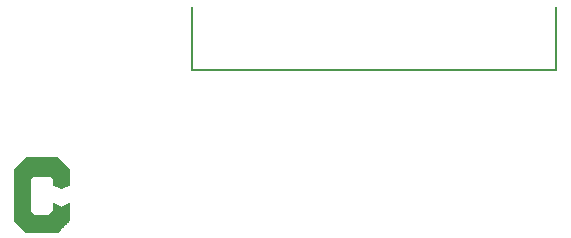
<source format=gto>
G75*
G70*
%OFA0B0*%
%FSLAX24Y24*%
%IPPOS*%
%LPD*%
%AMOC8*
5,1,8,0,0,1.08239X$1,22.5*
%
%ADD10C,0.0080*%
%ADD11C,0.0004*%
D10*
X044440Y007526D02*
X056566Y007526D01*
X056566Y009628D01*
X044440Y009628D02*
X044440Y007526D01*
D11*
X038897Y002108D02*
X038483Y002522D01*
X038483Y004195D01*
X038897Y004608D01*
X039920Y004608D01*
X040334Y004195D01*
X040334Y003703D01*
X040058Y003585D01*
X039782Y003703D01*
X039782Y003900D01*
X039684Y003998D01*
X039133Y003998D01*
X039034Y003900D01*
X039034Y002797D01*
X039133Y002699D01*
X039664Y002699D01*
X039782Y002817D01*
X039782Y003073D01*
X040058Y002955D01*
X040334Y003073D01*
X040334Y002522D01*
X039920Y002108D01*
X038897Y002108D01*
X038896Y002109D02*
X039920Y002109D01*
X039923Y002111D02*
X038894Y002111D01*
X038891Y002114D02*
X039925Y002114D01*
X039928Y002116D02*
X038889Y002116D01*
X038886Y002119D02*
X039930Y002119D01*
X039933Y002121D02*
X038884Y002121D01*
X038881Y002124D02*
X039935Y002124D01*
X039938Y002126D02*
X038879Y002126D01*
X038876Y002129D02*
X039940Y002129D01*
X039943Y002131D02*
X038874Y002131D01*
X038871Y002133D02*
X039945Y002133D01*
X039948Y002136D02*
X038869Y002136D01*
X038866Y002138D02*
X039950Y002138D01*
X039953Y002141D02*
X038864Y002141D01*
X038861Y002143D02*
X039955Y002143D01*
X039958Y002146D02*
X038859Y002146D01*
X038857Y002148D02*
X039960Y002148D01*
X039963Y002151D02*
X038854Y002151D01*
X038852Y002153D02*
X039965Y002153D01*
X039968Y002156D02*
X038849Y002156D01*
X038847Y002158D02*
X039970Y002158D01*
X039973Y002161D02*
X038844Y002161D01*
X038842Y002163D02*
X039975Y002163D01*
X039978Y002166D02*
X038839Y002166D01*
X038837Y002168D02*
X039980Y002168D01*
X039982Y002171D02*
X038834Y002171D01*
X038832Y002173D02*
X039985Y002173D01*
X039987Y002176D02*
X038829Y002176D01*
X038827Y002178D02*
X039990Y002178D01*
X039992Y002181D02*
X038824Y002181D01*
X038822Y002183D02*
X039995Y002183D01*
X039997Y002186D02*
X038819Y002186D01*
X038817Y002188D02*
X040000Y002188D01*
X040002Y002191D02*
X038814Y002191D01*
X038812Y002193D02*
X040005Y002193D01*
X040007Y002195D02*
X038809Y002195D01*
X038807Y002198D02*
X040010Y002198D01*
X040012Y002200D02*
X038804Y002200D01*
X038802Y002203D02*
X040015Y002203D01*
X040017Y002205D02*
X038799Y002205D01*
X038797Y002208D02*
X040020Y002208D01*
X040022Y002210D02*
X038795Y002210D01*
X038792Y002213D02*
X040025Y002213D01*
X040027Y002215D02*
X038790Y002215D01*
X038787Y002218D02*
X040030Y002218D01*
X040032Y002220D02*
X038785Y002220D01*
X038782Y002223D02*
X040035Y002223D01*
X040037Y002225D02*
X038780Y002225D01*
X038777Y002228D02*
X040040Y002228D01*
X040042Y002230D02*
X038775Y002230D01*
X038772Y002233D02*
X040044Y002233D01*
X040047Y002235D02*
X038770Y002235D01*
X038767Y002238D02*
X040049Y002238D01*
X040052Y002240D02*
X038765Y002240D01*
X038762Y002243D02*
X040054Y002243D01*
X040057Y002245D02*
X038760Y002245D01*
X038757Y002248D02*
X040059Y002248D01*
X040062Y002250D02*
X038755Y002250D01*
X038752Y002253D02*
X040064Y002253D01*
X040067Y002255D02*
X038750Y002255D01*
X038747Y002257D02*
X040069Y002257D01*
X040072Y002260D02*
X038745Y002260D01*
X038742Y002262D02*
X040074Y002262D01*
X040077Y002265D02*
X038740Y002265D01*
X038737Y002267D02*
X040079Y002267D01*
X040082Y002270D02*
X038735Y002270D01*
X038733Y002272D02*
X040084Y002272D01*
X040087Y002275D02*
X038730Y002275D01*
X038728Y002277D02*
X040089Y002277D01*
X040092Y002280D02*
X038725Y002280D01*
X038723Y002282D02*
X040094Y002282D01*
X040097Y002285D02*
X038720Y002285D01*
X038718Y002287D02*
X040099Y002287D01*
X040102Y002290D02*
X038715Y002290D01*
X038713Y002292D02*
X040104Y002292D01*
X040106Y002295D02*
X038710Y002295D01*
X038708Y002297D02*
X040109Y002297D01*
X040111Y002300D02*
X038705Y002300D01*
X038703Y002302D02*
X040114Y002302D01*
X040116Y002305D02*
X038700Y002305D01*
X038698Y002307D02*
X040119Y002307D01*
X040121Y002310D02*
X038695Y002310D01*
X038693Y002312D02*
X040124Y002312D01*
X040126Y002315D02*
X038690Y002315D01*
X038688Y002317D02*
X040129Y002317D01*
X040131Y002319D02*
X038685Y002319D01*
X038683Y002322D02*
X040134Y002322D01*
X040136Y002324D02*
X038680Y002324D01*
X038678Y002327D02*
X040139Y002327D01*
X040141Y002329D02*
X038675Y002329D01*
X038673Y002332D02*
X040144Y002332D01*
X040146Y002334D02*
X038671Y002334D01*
X038668Y002337D02*
X040149Y002337D01*
X040151Y002339D02*
X038666Y002339D01*
X038663Y002342D02*
X040154Y002342D01*
X040156Y002344D02*
X038661Y002344D01*
X038658Y002347D02*
X040159Y002347D01*
X040161Y002349D02*
X038656Y002349D01*
X038653Y002352D02*
X040164Y002352D01*
X040166Y002354D02*
X038651Y002354D01*
X038648Y002357D02*
X040169Y002357D01*
X040171Y002359D02*
X038646Y002359D01*
X038643Y002362D02*
X040173Y002362D01*
X040176Y002364D02*
X038641Y002364D01*
X038638Y002367D02*
X040178Y002367D01*
X040181Y002369D02*
X038636Y002369D01*
X038633Y002372D02*
X040183Y002372D01*
X040186Y002374D02*
X038631Y002374D01*
X038628Y002377D02*
X040188Y002377D01*
X040191Y002379D02*
X038626Y002379D01*
X038623Y002381D02*
X040193Y002381D01*
X040196Y002384D02*
X038621Y002384D01*
X038618Y002386D02*
X040198Y002386D01*
X040201Y002389D02*
X038616Y002389D01*
X038613Y002391D02*
X040203Y002391D01*
X040206Y002394D02*
X038611Y002394D01*
X038609Y002396D02*
X040208Y002396D01*
X040211Y002399D02*
X038606Y002399D01*
X038604Y002401D02*
X040213Y002401D01*
X040216Y002404D02*
X038601Y002404D01*
X038599Y002406D02*
X040218Y002406D01*
X040221Y002409D02*
X038596Y002409D01*
X038594Y002411D02*
X040223Y002411D01*
X040226Y002414D02*
X038591Y002414D01*
X038589Y002416D02*
X040228Y002416D01*
X040231Y002419D02*
X038586Y002419D01*
X038584Y002421D02*
X040233Y002421D01*
X040235Y002424D02*
X038581Y002424D01*
X038579Y002426D02*
X040238Y002426D01*
X040240Y002429D02*
X038576Y002429D01*
X038574Y002431D02*
X040243Y002431D01*
X040245Y002434D02*
X038571Y002434D01*
X038569Y002436D02*
X040248Y002436D01*
X040250Y002439D02*
X038566Y002439D01*
X038564Y002441D02*
X040253Y002441D01*
X040255Y002444D02*
X038561Y002444D01*
X038559Y002446D02*
X040258Y002446D01*
X040260Y002448D02*
X038556Y002448D01*
X038554Y002451D02*
X040263Y002451D01*
X040265Y002453D02*
X038551Y002453D01*
X038549Y002456D02*
X040268Y002456D01*
X040270Y002458D02*
X038546Y002458D01*
X038544Y002461D02*
X040273Y002461D01*
X040275Y002463D02*
X038542Y002463D01*
X038539Y002466D02*
X040278Y002466D01*
X040280Y002468D02*
X038537Y002468D01*
X038534Y002471D02*
X040283Y002471D01*
X040285Y002473D02*
X038532Y002473D01*
X038529Y002476D02*
X040288Y002476D01*
X040290Y002478D02*
X038527Y002478D01*
X038524Y002481D02*
X040293Y002481D01*
X040295Y002483D02*
X038522Y002483D01*
X038519Y002486D02*
X040297Y002486D01*
X040300Y002488D02*
X038517Y002488D01*
X038514Y002491D02*
X040302Y002491D01*
X040305Y002493D02*
X038512Y002493D01*
X038509Y002496D02*
X040307Y002496D01*
X040310Y002498D02*
X038507Y002498D01*
X038504Y002501D02*
X040312Y002501D01*
X040315Y002503D02*
X038502Y002503D01*
X038499Y002506D02*
X040317Y002506D01*
X040320Y002508D02*
X038497Y002508D01*
X038494Y002510D02*
X040322Y002510D01*
X040325Y002513D02*
X038492Y002513D01*
X038489Y002515D02*
X040327Y002515D01*
X040330Y002518D02*
X038487Y002518D01*
X038484Y002520D02*
X040332Y002520D01*
X040334Y002523D02*
X038483Y002523D01*
X038483Y002525D02*
X040334Y002525D01*
X040334Y002528D02*
X038483Y002528D01*
X038483Y002530D02*
X040334Y002530D01*
X040334Y002533D02*
X038483Y002533D01*
X038483Y002535D02*
X040334Y002535D01*
X040334Y002538D02*
X038483Y002538D01*
X038483Y002540D02*
X040334Y002540D01*
X040334Y002543D02*
X038483Y002543D01*
X038483Y002545D02*
X040334Y002545D01*
X040334Y002548D02*
X038483Y002548D01*
X038483Y002550D02*
X040334Y002550D01*
X040334Y002553D02*
X038483Y002553D01*
X038483Y002555D02*
X040334Y002555D01*
X040334Y002558D02*
X038483Y002558D01*
X038483Y002560D02*
X040334Y002560D01*
X040334Y002563D02*
X038483Y002563D01*
X038483Y002565D02*
X040334Y002565D01*
X040334Y002568D02*
X038483Y002568D01*
X038483Y002570D02*
X040334Y002570D01*
X040334Y002572D02*
X038483Y002572D01*
X038483Y002575D02*
X040334Y002575D01*
X040334Y002577D02*
X038483Y002577D01*
X038483Y002580D02*
X040334Y002580D01*
X040334Y002582D02*
X038483Y002582D01*
X038483Y002585D02*
X040334Y002585D01*
X040334Y002587D02*
X038483Y002587D01*
X038483Y002590D02*
X040334Y002590D01*
X040334Y002592D02*
X038483Y002592D01*
X038483Y002595D02*
X040334Y002595D01*
X040334Y002597D02*
X038483Y002597D01*
X038483Y002600D02*
X040334Y002600D01*
X040334Y002602D02*
X038483Y002602D01*
X038483Y002605D02*
X040334Y002605D01*
X040334Y002607D02*
X038483Y002607D01*
X038483Y002610D02*
X040334Y002610D01*
X040334Y002612D02*
X038483Y002612D01*
X038483Y002615D02*
X040334Y002615D01*
X040334Y002617D02*
X038483Y002617D01*
X038483Y002620D02*
X040334Y002620D01*
X040334Y002622D02*
X038483Y002622D01*
X038483Y002625D02*
X040334Y002625D01*
X040334Y002627D02*
X038483Y002627D01*
X038483Y002630D02*
X040334Y002630D01*
X040334Y002632D02*
X038483Y002632D01*
X038483Y002634D02*
X040334Y002634D01*
X040334Y002637D02*
X038483Y002637D01*
X038483Y002639D02*
X040334Y002639D01*
X040334Y002642D02*
X038483Y002642D01*
X038483Y002644D02*
X040334Y002644D01*
X040334Y002647D02*
X038483Y002647D01*
X038483Y002649D02*
X040334Y002649D01*
X040334Y002652D02*
X038483Y002652D01*
X038483Y002654D02*
X040334Y002654D01*
X040334Y002657D02*
X038483Y002657D01*
X038483Y002659D02*
X040334Y002659D01*
X040334Y002662D02*
X038483Y002662D01*
X038483Y002664D02*
X040334Y002664D01*
X040334Y002667D02*
X038483Y002667D01*
X038483Y002669D02*
X040334Y002669D01*
X040334Y002672D02*
X038483Y002672D01*
X038483Y002674D02*
X040334Y002674D01*
X040334Y002677D02*
X038483Y002677D01*
X038483Y002679D02*
X040334Y002679D01*
X040334Y002682D02*
X038483Y002682D01*
X038483Y002684D02*
X040334Y002684D01*
X040334Y002687D02*
X038483Y002687D01*
X038483Y002689D02*
X040334Y002689D01*
X040334Y002692D02*
X038483Y002692D01*
X038483Y002694D02*
X040334Y002694D01*
X040334Y002696D02*
X038483Y002696D01*
X038483Y002699D02*
X039133Y002699D01*
X039130Y002701D02*
X038483Y002701D01*
X038483Y002704D02*
X039128Y002704D01*
X039125Y002706D02*
X038483Y002706D01*
X038483Y002709D02*
X039123Y002709D01*
X039120Y002711D02*
X038483Y002711D01*
X038483Y002714D02*
X039118Y002714D01*
X039115Y002716D02*
X038483Y002716D01*
X038483Y002719D02*
X039113Y002719D01*
X039110Y002721D02*
X038483Y002721D01*
X038483Y002724D02*
X039108Y002724D01*
X039105Y002726D02*
X038483Y002726D01*
X038483Y002729D02*
X039103Y002729D01*
X039100Y002731D02*
X038483Y002731D01*
X038483Y002734D02*
X039098Y002734D01*
X039095Y002736D02*
X038483Y002736D01*
X038483Y002739D02*
X039093Y002739D01*
X039091Y002741D02*
X038483Y002741D01*
X038483Y002744D02*
X039088Y002744D01*
X039086Y002746D02*
X038483Y002746D01*
X038483Y002749D02*
X039083Y002749D01*
X039081Y002751D02*
X038483Y002751D01*
X038483Y002754D02*
X039078Y002754D01*
X039076Y002756D02*
X038483Y002756D01*
X038483Y002759D02*
X039073Y002759D01*
X039071Y002761D02*
X038483Y002761D01*
X038483Y002763D02*
X039068Y002763D01*
X039066Y002766D02*
X038483Y002766D01*
X038483Y002768D02*
X039063Y002768D01*
X039061Y002771D02*
X038483Y002771D01*
X038483Y002773D02*
X039058Y002773D01*
X039056Y002776D02*
X038483Y002776D01*
X038483Y002778D02*
X039053Y002778D01*
X039051Y002781D02*
X038483Y002781D01*
X038483Y002783D02*
X039048Y002783D01*
X039046Y002786D02*
X038483Y002786D01*
X038483Y002788D02*
X039043Y002788D01*
X039041Y002791D02*
X038483Y002791D01*
X038483Y002793D02*
X039038Y002793D01*
X039036Y002796D02*
X038483Y002796D01*
X038483Y002798D02*
X039034Y002798D01*
X039034Y002801D02*
X038483Y002801D01*
X038483Y002803D02*
X039034Y002803D01*
X039034Y002806D02*
X038483Y002806D01*
X038483Y002808D02*
X039034Y002808D01*
X039034Y002811D02*
X038483Y002811D01*
X038483Y002813D02*
X039034Y002813D01*
X039034Y002816D02*
X038483Y002816D01*
X038483Y002818D02*
X039034Y002818D01*
X039034Y002821D02*
X038483Y002821D01*
X038483Y002823D02*
X039034Y002823D01*
X039034Y002825D02*
X038483Y002825D01*
X038483Y002828D02*
X039034Y002828D01*
X039034Y002830D02*
X038483Y002830D01*
X038483Y002833D02*
X039034Y002833D01*
X039034Y002835D02*
X038483Y002835D01*
X038483Y002838D02*
X039034Y002838D01*
X039034Y002840D02*
X038483Y002840D01*
X038483Y002843D02*
X039034Y002843D01*
X039034Y002845D02*
X038483Y002845D01*
X038483Y002848D02*
X039034Y002848D01*
X039034Y002850D02*
X038483Y002850D01*
X038483Y002853D02*
X039034Y002853D01*
X039034Y002855D02*
X038483Y002855D01*
X038483Y002858D02*
X039034Y002858D01*
X039034Y002860D02*
X038483Y002860D01*
X038483Y002863D02*
X039034Y002863D01*
X039034Y002865D02*
X038483Y002865D01*
X038483Y002868D02*
X039034Y002868D01*
X039034Y002870D02*
X038483Y002870D01*
X038483Y002873D02*
X039034Y002873D01*
X039034Y002875D02*
X038483Y002875D01*
X038483Y002878D02*
X039034Y002878D01*
X039034Y002880D02*
X038483Y002880D01*
X038483Y002883D02*
X039034Y002883D01*
X039034Y002885D02*
X038483Y002885D01*
X038483Y002887D02*
X039034Y002887D01*
X039034Y002890D02*
X038483Y002890D01*
X038483Y002892D02*
X039034Y002892D01*
X039034Y002895D02*
X038483Y002895D01*
X038483Y002897D02*
X039034Y002897D01*
X039034Y002900D02*
X038483Y002900D01*
X038483Y002902D02*
X039034Y002902D01*
X039034Y002905D02*
X038483Y002905D01*
X038483Y002907D02*
X039034Y002907D01*
X039034Y002910D02*
X038483Y002910D01*
X038483Y002912D02*
X039034Y002912D01*
X039034Y002915D02*
X038483Y002915D01*
X038483Y002917D02*
X039034Y002917D01*
X039034Y002920D02*
X038483Y002920D01*
X038483Y002922D02*
X039034Y002922D01*
X039034Y002925D02*
X038483Y002925D01*
X038483Y002927D02*
X039034Y002927D01*
X039034Y002930D02*
X038483Y002930D01*
X038483Y002932D02*
X039034Y002932D01*
X039034Y002935D02*
X038483Y002935D01*
X038483Y002937D02*
X039034Y002937D01*
X039034Y002940D02*
X038483Y002940D01*
X038483Y002942D02*
X039034Y002942D01*
X039034Y002945D02*
X038483Y002945D01*
X038483Y002947D02*
X039034Y002947D01*
X039034Y002949D02*
X038483Y002949D01*
X038483Y002952D02*
X039034Y002952D01*
X039034Y002954D02*
X038483Y002954D01*
X038483Y002957D02*
X039034Y002957D01*
X039034Y002959D02*
X038483Y002959D01*
X038483Y002962D02*
X039034Y002962D01*
X039034Y002964D02*
X038483Y002964D01*
X038483Y002967D02*
X039034Y002967D01*
X039034Y002969D02*
X038483Y002969D01*
X038483Y002972D02*
X039034Y002972D01*
X039034Y002974D02*
X038483Y002974D01*
X038483Y002977D02*
X039034Y002977D01*
X039034Y002979D02*
X038483Y002979D01*
X038483Y002982D02*
X039034Y002982D01*
X039034Y002984D02*
X038483Y002984D01*
X038483Y002987D02*
X039034Y002987D01*
X039034Y002989D02*
X038483Y002989D01*
X038483Y002992D02*
X039034Y002992D01*
X039034Y002994D02*
X038483Y002994D01*
X038483Y002997D02*
X039034Y002997D01*
X039034Y002999D02*
X038483Y002999D01*
X038483Y003002D02*
X039034Y003002D01*
X039034Y003004D02*
X038483Y003004D01*
X038483Y003007D02*
X039034Y003007D01*
X039034Y003009D02*
X038483Y003009D01*
X038483Y003011D02*
X039034Y003011D01*
X039034Y003014D02*
X038483Y003014D01*
X038483Y003016D02*
X039034Y003016D01*
X039034Y003019D02*
X038483Y003019D01*
X038483Y003021D02*
X039034Y003021D01*
X039034Y003024D02*
X038483Y003024D01*
X038483Y003026D02*
X039034Y003026D01*
X039034Y003029D02*
X038483Y003029D01*
X038483Y003031D02*
X039034Y003031D01*
X039034Y003034D02*
X038483Y003034D01*
X038483Y003036D02*
X039034Y003036D01*
X039034Y003039D02*
X038483Y003039D01*
X038483Y003041D02*
X039034Y003041D01*
X039034Y003044D02*
X038483Y003044D01*
X038483Y003046D02*
X039034Y003046D01*
X039034Y003049D02*
X038483Y003049D01*
X038483Y003051D02*
X039034Y003051D01*
X039034Y003054D02*
X038483Y003054D01*
X038483Y003056D02*
X039034Y003056D01*
X039034Y003059D02*
X038483Y003059D01*
X038483Y003061D02*
X039034Y003061D01*
X039034Y003064D02*
X038483Y003064D01*
X038483Y003066D02*
X039034Y003066D01*
X039034Y003069D02*
X038483Y003069D01*
X038483Y003071D02*
X039034Y003071D01*
X039034Y003074D02*
X038483Y003074D01*
X038483Y003076D02*
X039034Y003076D01*
X039034Y003078D02*
X038483Y003078D01*
X038483Y003081D02*
X039034Y003081D01*
X039034Y003083D02*
X038483Y003083D01*
X038483Y003086D02*
X039034Y003086D01*
X039034Y003088D02*
X038483Y003088D01*
X038483Y003091D02*
X039034Y003091D01*
X039034Y003093D02*
X038483Y003093D01*
X038483Y003096D02*
X039034Y003096D01*
X039034Y003098D02*
X038483Y003098D01*
X038483Y003101D02*
X039034Y003101D01*
X039034Y003103D02*
X038483Y003103D01*
X038483Y003106D02*
X039034Y003106D01*
X039034Y003108D02*
X038483Y003108D01*
X038483Y003111D02*
X039034Y003111D01*
X039034Y003113D02*
X038483Y003113D01*
X038483Y003116D02*
X039034Y003116D01*
X039034Y003118D02*
X038483Y003118D01*
X038483Y003121D02*
X039034Y003121D01*
X039034Y003123D02*
X038483Y003123D01*
X038483Y003126D02*
X039034Y003126D01*
X039034Y003128D02*
X038483Y003128D01*
X038483Y003131D02*
X039034Y003131D01*
X039034Y003133D02*
X038483Y003133D01*
X038483Y003136D02*
X039034Y003136D01*
X039034Y003138D02*
X038483Y003138D01*
X038483Y003140D02*
X039034Y003140D01*
X039034Y003143D02*
X038483Y003143D01*
X038483Y003145D02*
X039034Y003145D01*
X039034Y003148D02*
X038483Y003148D01*
X038483Y003150D02*
X039034Y003150D01*
X039034Y003153D02*
X038483Y003153D01*
X038483Y003155D02*
X039034Y003155D01*
X039034Y003158D02*
X038483Y003158D01*
X038483Y003160D02*
X039034Y003160D01*
X039034Y003163D02*
X038483Y003163D01*
X038483Y003165D02*
X039034Y003165D01*
X039034Y003168D02*
X038483Y003168D01*
X038483Y003170D02*
X039034Y003170D01*
X039034Y003173D02*
X038483Y003173D01*
X038483Y003175D02*
X039034Y003175D01*
X039034Y003178D02*
X038483Y003178D01*
X038483Y003180D02*
X039034Y003180D01*
X039034Y003183D02*
X038483Y003183D01*
X038483Y003185D02*
X039034Y003185D01*
X039034Y003188D02*
X038483Y003188D01*
X038483Y003190D02*
X039034Y003190D01*
X039034Y003193D02*
X038483Y003193D01*
X038483Y003195D02*
X039034Y003195D01*
X039034Y003198D02*
X038483Y003198D01*
X038483Y003200D02*
X039034Y003200D01*
X039034Y003202D02*
X038483Y003202D01*
X038483Y003205D02*
X039034Y003205D01*
X039034Y003207D02*
X038483Y003207D01*
X038483Y003210D02*
X039034Y003210D01*
X039034Y003212D02*
X038483Y003212D01*
X038483Y003215D02*
X039034Y003215D01*
X039034Y003217D02*
X038483Y003217D01*
X038483Y003220D02*
X039034Y003220D01*
X039034Y003222D02*
X038483Y003222D01*
X038483Y003225D02*
X039034Y003225D01*
X039034Y003227D02*
X038483Y003227D01*
X038483Y003230D02*
X039034Y003230D01*
X039034Y003232D02*
X038483Y003232D01*
X038483Y003235D02*
X039034Y003235D01*
X039034Y003237D02*
X038483Y003237D01*
X038483Y003240D02*
X039034Y003240D01*
X039034Y003242D02*
X038483Y003242D01*
X038483Y003245D02*
X039034Y003245D01*
X039034Y003247D02*
X038483Y003247D01*
X038483Y003250D02*
X039034Y003250D01*
X039034Y003252D02*
X038483Y003252D01*
X038483Y003255D02*
X039034Y003255D01*
X039034Y003257D02*
X038483Y003257D01*
X038483Y003260D02*
X039034Y003260D01*
X039034Y003262D02*
X038483Y003262D01*
X038483Y003264D02*
X039034Y003264D01*
X039034Y003267D02*
X038483Y003267D01*
X038483Y003269D02*
X039034Y003269D01*
X039034Y003272D02*
X038483Y003272D01*
X038483Y003274D02*
X039034Y003274D01*
X039034Y003277D02*
X038483Y003277D01*
X038483Y003279D02*
X039034Y003279D01*
X039034Y003282D02*
X038483Y003282D01*
X038483Y003284D02*
X039034Y003284D01*
X039034Y003287D02*
X038483Y003287D01*
X038483Y003289D02*
X039034Y003289D01*
X039034Y003292D02*
X038483Y003292D01*
X038483Y003294D02*
X039034Y003294D01*
X039034Y003297D02*
X038483Y003297D01*
X038483Y003299D02*
X039034Y003299D01*
X039034Y003302D02*
X038483Y003302D01*
X038483Y003304D02*
X039034Y003304D01*
X039034Y003307D02*
X038483Y003307D01*
X038483Y003309D02*
X039034Y003309D01*
X039034Y003312D02*
X038483Y003312D01*
X038483Y003314D02*
X039034Y003314D01*
X039034Y003317D02*
X038483Y003317D01*
X038483Y003319D02*
X039034Y003319D01*
X039034Y003322D02*
X038483Y003322D01*
X038483Y003324D02*
X039034Y003324D01*
X039034Y003326D02*
X038483Y003326D01*
X038483Y003329D02*
X039034Y003329D01*
X039034Y003331D02*
X038483Y003331D01*
X038483Y003334D02*
X039034Y003334D01*
X039034Y003336D02*
X038483Y003336D01*
X038483Y003339D02*
X039034Y003339D01*
X039034Y003341D02*
X038483Y003341D01*
X038483Y003344D02*
X039034Y003344D01*
X039034Y003346D02*
X038483Y003346D01*
X038483Y003349D02*
X039034Y003349D01*
X039034Y003351D02*
X038483Y003351D01*
X038483Y003354D02*
X039034Y003354D01*
X039034Y003356D02*
X038483Y003356D01*
X038483Y003359D02*
X039034Y003359D01*
X039034Y003361D02*
X038483Y003361D01*
X038483Y003364D02*
X039034Y003364D01*
X039034Y003366D02*
X038483Y003366D01*
X038483Y003369D02*
X039034Y003369D01*
X039034Y003371D02*
X038483Y003371D01*
X038483Y003374D02*
X039034Y003374D01*
X039034Y003376D02*
X038483Y003376D01*
X038483Y003379D02*
X039034Y003379D01*
X039034Y003381D02*
X038483Y003381D01*
X038483Y003384D02*
X039034Y003384D01*
X039034Y003386D02*
X038483Y003386D01*
X038483Y003389D02*
X039034Y003389D01*
X039034Y003391D02*
X038483Y003391D01*
X038483Y003393D02*
X039034Y003393D01*
X039034Y003396D02*
X038483Y003396D01*
X038483Y003398D02*
X039034Y003398D01*
X039034Y003401D02*
X038483Y003401D01*
X038483Y003403D02*
X039034Y003403D01*
X039034Y003406D02*
X038483Y003406D01*
X038483Y003408D02*
X039034Y003408D01*
X039034Y003411D02*
X038483Y003411D01*
X038483Y003413D02*
X039034Y003413D01*
X039034Y003416D02*
X038483Y003416D01*
X038483Y003418D02*
X039034Y003418D01*
X039034Y003421D02*
X038483Y003421D01*
X038483Y003423D02*
X039034Y003423D01*
X039034Y003426D02*
X038483Y003426D01*
X038483Y003428D02*
X039034Y003428D01*
X039034Y003431D02*
X038483Y003431D01*
X038483Y003433D02*
X039034Y003433D01*
X039034Y003436D02*
X038483Y003436D01*
X038483Y003438D02*
X039034Y003438D01*
X039034Y003441D02*
X038483Y003441D01*
X038483Y003443D02*
X039034Y003443D01*
X039034Y003446D02*
X038483Y003446D01*
X038483Y003448D02*
X039034Y003448D01*
X039034Y003451D02*
X038483Y003451D01*
X038483Y003453D02*
X039034Y003453D01*
X039034Y003455D02*
X038483Y003455D01*
X038483Y003458D02*
X039034Y003458D01*
X039034Y003460D02*
X038483Y003460D01*
X038483Y003463D02*
X039034Y003463D01*
X039034Y003465D02*
X038483Y003465D01*
X038483Y003468D02*
X039034Y003468D01*
X039034Y003470D02*
X038483Y003470D01*
X038483Y003473D02*
X039034Y003473D01*
X039034Y003475D02*
X038483Y003475D01*
X038483Y003478D02*
X039034Y003478D01*
X039034Y003480D02*
X038483Y003480D01*
X038483Y003483D02*
X039034Y003483D01*
X039034Y003485D02*
X038483Y003485D01*
X038483Y003488D02*
X039034Y003488D01*
X039034Y003490D02*
X038483Y003490D01*
X038483Y003493D02*
X039034Y003493D01*
X039034Y003495D02*
X038483Y003495D01*
X038483Y003498D02*
X039034Y003498D01*
X039034Y003500D02*
X038483Y003500D01*
X038483Y003503D02*
X039034Y003503D01*
X039034Y003505D02*
X038483Y003505D01*
X038483Y003508D02*
X039034Y003508D01*
X039034Y003510D02*
X038483Y003510D01*
X038483Y003513D02*
X039034Y003513D01*
X039034Y003515D02*
X038483Y003515D01*
X038483Y003517D02*
X039034Y003517D01*
X039034Y003520D02*
X038483Y003520D01*
X038483Y003522D02*
X039034Y003522D01*
X039034Y003525D02*
X038483Y003525D01*
X038483Y003527D02*
X039034Y003527D01*
X039034Y003530D02*
X038483Y003530D01*
X038483Y003532D02*
X039034Y003532D01*
X039034Y003535D02*
X038483Y003535D01*
X038483Y003537D02*
X039034Y003537D01*
X039034Y003540D02*
X038483Y003540D01*
X038483Y003542D02*
X039034Y003542D01*
X039034Y003545D02*
X038483Y003545D01*
X038483Y003547D02*
X039034Y003547D01*
X039034Y003550D02*
X038483Y003550D01*
X038483Y003552D02*
X039034Y003552D01*
X039034Y003555D02*
X038483Y003555D01*
X038483Y003557D02*
X039034Y003557D01*
X039034Y003560D02*
X038483Y003560D01*
X038483Y003562D02*
X039034Y003562D01*
X039034Y003565D02*
X038483Y003565D01*
X038483Y003567D02*
X039034Y003567D01*
X039034Y003570D02*
X038483Y003570D01*
X038483Y003572D02*
X039034Y003572D01*
X039034Y003575D02*
X038483Y003575D01*
X038483Y003577D02*
X039034Y003577D01*
X039034Y003579D02*
X038483Y003579D01*
X038483Y003582D02*
X039034Y003582D01*
X039034Y003584D02*
X038483Y003584D01*
X038483Y003587D02*
X039034Y003587D01*
X039034Y003589D02*
X038483Y003589D01*
X038483Y003592D02*
X039034Y003592D01*
X039034Y003594D02*
X038483Y003594D01*
X038483Y003597D02*
X039034Y003597D01*
X039034Y003599D02*
X038483Y003599D01*
X038483Y003602D02*
X039034Y003602D01*
X039034Y003604D02*
X038483Y003604D01*
X038483Y003607D02*
X039034Y003607D01*
X039034Y003609D02*
X038483Y003609D01*
X038483Y003612D02*
X039034Y003612D01*
X039034Y003614D02*
X038483Y003614D01*
X038483Y003617D02*
X039034Y003617D01*
X039034Y003619D02*
X038483Y003619D01*
X038483Y003622D02*
X039034Y003622D01*
X039034Y003624D02*
X038483Y003624D01*
X038483Y003627D02*
X039034Y003627D01*
X039034Y003629D02*
X038483Y003629D01*
X038483Y003632D02*
X039034Y003632D01*
X039034Y003634D02*
X038483Y003634D01*
X038483Y003637D02*
X039034Y003637D01*
X039034Y003639D02*
X038483Y003639D01*
X038483Y003641D02*
X039034Y003641D01*
X039034Y003644D02*
X038483Y003644D01*
X038483Y003646D02*
X039034Y003646D01*
X039034Y003649D02*
X038483Y003649D01*
X038483Y003651D02*
X039034Y003651D01*
X039034Y003654D02*
X038483Y003654D01*
X038483Y003656D02*
X039034Y003656D01*
X039034Y003659D02*
X038483Y003659D01*
X038483Y003661D02*
X039034Y003661D01*
X039034Y003664D02*
X038483Y003664D01*
X038483Y003666D02*
X039034Y003666D01*
X039034Y003669D02*
X038483Y003669D01*
X038483Y003671D02*
X039034Y003671D01*
X039034Y003674D02*
X038483Y003674D01*
X038483Y003676D02*
X039034Y003676D01*
X039034Y003679D02*
X038483Y003679D01*
X038483Y003681D02*
X039034Y003681D01*
X039034Y003684D02*
X038483Y003684D01*
X038483Y003686D02*
X039034Y003686D01*
X039034Y003689D02*
X038483Y003689D01*
X038483Y003691D02*
X039034Y003691D01*
X039034Y003694D02*
X038483Y003694D01*
X038483Y003696D02*
X039034Y003696D01*
X039034Y003699D02*
X038483Y003699D01*
X038483Y003701D02*
X039034Y003701D01*
X039034Y003704D02*
X038483Y003704D01*
X038483Y003706D02*
X039034Y003706D01*
X039034Y003708D02*
X038483Y003708D01*
X038483Y003711D02*
X039034Y003711D01*
X039034Y003713D02*
X038483Y003713D01*
X038483Y003716D02*
X039034Y003716D01*
X039034Y003718D02*
X038483Y003718D01*
X038483Y003721D02*
X039034Y003721D01*
X039034Y003723D02*
X038483Y003723D01*
X038483Y003726D02*
X039034Y003726D01*
X039034Y003728D02*
X038483Y003728D01*
X038483Y003731D02*
X039034Y003731D01*
X039034Y003733D02*
X038483Y003733D01*
X038483Y003736D02*
X039034Y003736D01*
X039034Y003738D02*
X038483Y003738D01*
X038483Y003741D02*
X039034Y003741D01*
X039034Y003743D02*
X038483Y003743D01*
X038483Y003746D02*
X039034Y003746D01*
X039034Y003748D02*
X038483Y003748D01*
X038483Y003751D02*
X039034Y003751D01*
X039034Y003753D02*
X038483Y003753D01*
X038483Y003756D02*
X039034Y003756D01*
X039034Y003758D02*
X038483Y003758D01*
X038483Y003761D02*
X039034Y003761D01*
X039034Y003763D02*
X038483Y003763D01*
X038483Y003766D02*
X039034Y003766D01*
X039034Y003768D02*
X038483Y003768D01*
X038483Y003770D02*
X039034Y003770D01*
X039034Y003773D02*
X038483Y003773D01*
X038483Y003775D02*
X039034Y003775D01*
X039034Y003778D02*
X038483Y003778D01*
X038483Y003780D02*
X039034Y003780D01*
X039034Y003783D02*
X038483Y003783D01*
X038483Y003785D02*
X039034Y003785D01*
X039034Y003788D02*
X038483Y003788D01*
X038483Y003790D02*
X039034Y003790D01*
X039034Y003793D02*
X038483Y003793D01*
X038483Y003795D02*
X039034Y003795D01*
X039034Y003798D02*
X038483Y003798D01*
X038483Y003800D02*
X039034Y003800D01*
X039034Y003803D02*
X038483Y003803D01*
X038483Y003805D02*
X039034Y003805D01*
X039034Y003808D02*
X038483Y003808D01*
X038483Y003810D02*
X039034Y003810D01*
X039034Y003813D02*
X038483Y003813D01*
X038483Y003815D02*
X039034Y003815D01*
X039034Y003818D02*
X038483Y003818D01*
X038483Y003820D02*
X039034Y003820D01*
X039034Y003823D02*
X038483Y003823D01*
X038483Y003825D02*
X039034Y003825D01*
X039034Y003828D02*
X038483Y003828D01*
X038483Y003830D02*
X039034Y003830D01*
X039034Y003832D02*
X038483Y003832D01*
X038483Y003835D02*
X039034Y003835D01*
X039034Y003837D02*
X038483Y003837D01*
X038483Y003840D02*
X039034Y003840D01*
X039034Y003842D02*
X038483Y003842D01*
X038483Y003845D02*
X039034Y003845D01*
X039034Y003847D02*
X038483Y003847D01*
X038483Y003850D02*
X039034Y003850D01*
X039034Y003852D02*
X038483Y003852D01*
X038483Y003855D02*
X039034Y003855D01*
X039034Y003857D02*
X038483Y003857D01*
X038483Y003860D02*
X039034Y003860D01*
X039034Y003862D02*
X038483Y003862D01*
X038483Y003865D02*
X039034Y003865D01*
X039034Y003867D02*
X038483Y003867D01*
X038483Y003870D02*
X039034Y003870D01*
X039034Y003872D02*
X038483Y003872D01*
X038483Y003875D02*
X039034Y003875D01*
X039034Y003877D02*
X038483Y003877D01*
X038483Y003880D02*
X039034Y003880D01*
X039034Y003882D02*
X038483Y003882D01*
X038483Y003885D02*
X039034Y003885D01*
X039034Y003887D02*
X038483Y003887D01*
X038483Y003890D02*
X039034Y003890D01*
X039034Y003892D02*
X038483Y003892D01*
X038483Y003894D02*
X039034Y003894D01*
X039034Y003897D02*
X038483Y003897D01*
X038483Y003899D02*
X039034Y003899D01*
X039037Y003902D02*
X038483Y003902D01*
X038483Y003904D02*
X039039Y003904D01*
X039042Y003907D02*
X038483Y003907D01*
X038483Y003909D02*
X039044Y003909D01*
X039046Y003912D02*
X038483Y003912D01*
X038483Y003914D02*
X039049Y003914D01*
X039051Y003917D02*
X038483Y003917D01*
X038483Y003919D02*
X039054Y003919D01*
X039056Y003922D02*
X038483Y003922D01*
X038483Y003924D02*
X039059Y003924D01*
X039061Y003927D02*
X038483Y003927D01*
X038483Y003929D02*
X039064Y003929D01*
X039066Y003932D02*
X038483Y003932D01*
X038483Y003934D02*
X039069Y003934D01*
X039071Y003937D02*
X038483Y003937D01*
X038483Y003939D02*
X039074Y003939D01*
X039076Y003942D02*
X038483Y003942D01*
X038483Y003944D02*
X039079Y003944D01*
X039081Y003947D02*
X038483Y003947D01*
X038483Y003949D02*
X039084Y003949D01*
X039086Y003952D02*
X038483Y003952D01*
X038483Y003954D02*
X039089Y003954D01*
X039091Y003956D02*
X038483Y003956D01*
X038483Y003959D02*
X039094Y003959D01*
X039096Y003961D02*
X038483Y003961D01*
X038483Y003964D02*
X039099Y003964D01*
X039101Y003966D02*
X038483Y003966D01*
X038483Y003969D02*
X039104Y003969D01*
X039106Y003971D02*
X038483Y003971D01*
X038483Y003974D02*
X039109Y003974D01*
X039111Y003976D02*
X038483Y003976D01*
X038483Y003979D02*
X039113Y003979D01*
X039116Y003981D02*
X038483Y003981D01*
X038483Y003984D02*
X039118Y003984D01*
X039121Y003986D02*
X038483Y003986D01*
X038483Y003989D02*
X039123Y003989D01*
X039126Y003991D02*
X038483Y003991D01*
X038483Y003994D02*
X039128Y003994D01*
X039131Y003996D02*
X038483Y003996D01*
X038483Y003999D02*
X040334Y003999D01*
X040334Y004001D02*
X038483Y004001D01*
X038483Y004004D02*
X040334Y004004D01*
X040334Y004006D02*
X038483Y004006D01*
X038483Y004009D02*
X040334Y004009D01*
X040334Y004011D02*
X038483Y004011D01*
X038483Y004014D02*
X040334Y004014D01*
X040334Y004016D02*
X038483Y004016D01*
X038483Y004019D02*
X040334Y004019D01*
X040334Y004021D02*
X038483Y004021D01*
X038483Y004023D02*
X040334Y004023D01*
X040334Y004026D02*
X038483Y004026D01*
X038483Y004028D02*
X040334Y004028D01*
X040334Y004031D02*
X038483Y004031D01*
X038483Y004033D02*
X040334Y004033D01*
X040334Y004036D02*
X038483Y004036D01*
X038483Y004038D02*
X040334Y004038D01*
X040334Y004041D02*
X038483Y004041D01*
X038483Y004043D02*
X040334Y004043D01*
X040334Y004046D02*
X038483Y004046D01*
X038483Y004048D02*
X040334Y004048D01*
X040334Y004051D02*
X038483Y004051D01*
X038483Y004053D02*
X040334Y004053D01*
X040334Y004056D02*
X038483Y004056D01*
X038483Y004058D02*
X040334Y004058D01*
X040334Y004061D02*
X038483Y004061D01*
X038483Y004063D02*
X040334Y004063D01*
X040334Y004066D02*
X038483Y004066D01*
X038483Y004068D02*
X040334Y004068D01*
X040334Y004071D02*
X038483Y004071D01*
X038483Y004073D02*
X040334Y004073D01*
X040334Y004076D02*
X038483Y004076D01*
X038483Y004078D02*
X040334Y004078D01*
X040334Y004081D02*
X038483Y004081D01*
X038483Y004083D02*
X040334Y004083D01*
X040334Y004085D02*
X038483Y004085D01*
X038483Y004088D02*
X040334Y004088D01*
X040334Y004090D02*
X038483Y004090D01*
X038483Y004093D02*
X040334Y004093D01*
X040334Y004095D02*
X038483Y004095D01*
X038483Y004098D02*
X040334Y004098D01*
X040334Y004100D02*
X038483Y004100D01*
X038483Y004103D02*
X040334Y004103D01*
X040334Y004105D02*
X038483Y004105D01*
X038483Y004108D02*
X040334Y004108D01*
X040334Y004110D02*
X038483Y004110D01*
X038483Y004113D02*
X040334Y004113D01*
X040334Y004115D02*
X038483Y004115D01*
X038483Y004118D02*
X040334Y004118D01*
X040334Y004120D02*
X038483Y004120D01*
X038483Y004123D02*
X040334Y004123D01*
X040334Y004125D02*
X038483Y004125D01*
X038483Y004128D02*
X040334Y004128D01*
X040334Y004130D02*
X038483Y004130D01*
X038483Y004133D02*
X040334Y004133D01*
X040334Y004135D02*
X038483Y004135D01*
X038483Y004138D02*
X040334Y004138D01*
X040334Y004140D02*
X038483Y004140D01*
X038483Y004143D02*
X040334Y004143D01*
X040334Y004145D02*
X038483Y004145D01*
X038483Y004147D02*
X040334Y004147D01*
X040334Y004150D02*
X038483Y004150D01*
X038483Y004152D02*
X040334Y004152D01*
X040334Y004155D02*
X038483Y004155D01*
X038483Y004157D02*
X040334Y004157D01*
X040334Y004160D02*
X038483Y004160D01*
X038483Y004162D02*
X040334Y004162D01*
X040334Y004165D02*
X038483Y004165D01*
X038483Y004167D02*
X040334Y004167D01*
X040334Y004170D02*
X038483Y004170D01*
X038483Y004172D02*
X040334Y004172D01*
X040334Y004175D02*
X038483Y004175D01*
X038483Y004177D02*
X040334Y004177D01*
X040334Y004180D02*
X038483Y004180D01*
X038483Y004182D02*
X040334Y004182D01*
X040334Y004185D02*
X038483Y004185D01*
X038483Y004187D02*
X040334Y004187D01*
X040334Y004190D02*
X038483Y004190D01*
X038483Y004192D02*
X040334Y004192D01*
X040334Y004195D02*
X038483Y004195D01*
X038485Y004197D02*
X040331Y004197D01*
X040329Y004200D02*
X038488Y004200D01*
X038490Y004202D02*
X040326Y004202D01*
X040324Y004205D02*
X038493Y004205D01*
X038495Y004207D02*
X040321Y004207D01*
X040319Y004209D02*
X038498Y004209D01*
X038500Y004212D02*
X040317Y004212D01*
X040314Y004214D02*
X038503Y004214D01*
X038505Y004217D02*
X040312Y004217D01*
X040309Y004219D02*
X038508Y004219D01*
X038510Y004222D02*
X040307Y004222D01*
X040304Y004224D02*
X038513Y004224D01*
X038515Y004227D02*
X040302Y004227D01*
X040299Y004229D02*
X038518Y004229D01*
X038520Y004232D02*
X040297Y004232D01*
X040294Y004234D02*
X038522Y004234D01*
X038525Y004237D02*
X040292Y004237D01*
X040289Y004239D02*
X038527Y004239D01*
X038530Y004242D02*
X040287Y004242D01*
X040284Y004244D02*
X038532Y004244D01*
X038535Y004247D02*
X040282Y004247D01*
X040279Y004249D02*
X038537Y004249D01*
X038540Y004252D02*
X040277Y004252D01*
X040274Y004254D02*
X038542Y004254D01*
X038545Y004257D02*
X040272Y004257D01*
X040269Y004259D02*
X038547Y004259D01*
X038550Y004262D02*
X040267Y004262D01*
X040264Y004264D02*
X038552Y004264D01*
X038555Y004267D02*
X040262Y004267D01*
X040259Y004269D02*
X038557Y004269D01*
X038560Y004271D02*
X040257Y004271D01*
X040255Y004274D02*
X038562Y004274D01*
X038565Y004276D02*
X040252Y004276D01*
X040250Y004279D02*
X038567Y004279D01*
X038570Y004281D02*
X040247Y004281D01*
X040245Y004284D02*
X038572Y004284D01*
X038575Y004286D02*
X040242Y004286D01*
X040240Y004289D02*
X038577Y004289D01*
X038580Y004291D02*
X040237Y004291D01*
X040235Y004294D02*
X038582Y004294D01*
X038584Y004296D02*
X040232Y004296D01*
X040230Y004299D02*
X038587Y004299D01*
X038589Y004301D02*
X040227Y004301D01*
X040225Y004304D02*
X038592Y004304D01*
X038594Y004306D02*
X040222Y004306D01*
X040220Y004309D02*
X038597Y004309D01*
X038599Y004311D02*
X040217Y004311D01*
X040215Y004314D02*
X038602Y004314D01*
X038604Y004316D02*
X040212Y004316D01*
X040210Y004319D02*
X038607Y004319D01*
X038609Y004321D02*
X040207Y004321D01*
X040205Y004324D02*
X038612Y004324D01*
X038614Y004326D02*
X040202Y004326D01*
X040200Y004329D02*
X038617Y004329D01*
X038619Y004331D02*
X040197Y004331D01*
X040195Y004334D02*
X038622Y004334D01*
X038624Y004336D02*
X040193Y004336D01*
X040190Y004338D02*
X038627Y004338D01*
X038629Y004341D02*
X040188Y004341D01*
X040185Y004343D02*
X038632Y004343D01*
X038634Y004346D02*
X040183Y004346D01*
X040180Y004348D02*
X038637Y004348D01*
X038639Y004351D02*
X040178Y004351D01*
X040175Y004353D02*
X038642Y004353D01*
X038644Y004356D02*
X040173Y004356D01*
X040170Y004358D02*
X038646Y004358D01*
X038649Y004361D02*
X040168Y004361D01*
X040165Y004363D02*
X038651Y004363D01*
X038654Y004366D02*
X040163Y004366D01*
X040160Y004368D02*
X038656Y004368D01*
X038659Y004371D02*
X040158Y004371D01*
X040155Y004373D02*
X038661Y004373D01*
X038664Y004376D02*
X040153Y004376D01*
X040150Y004378D02*
X038666Y004378D01*
X038669Y004381D02*
X040148Y004381D01*
X040145Y004383D02*
X038671Y004383D01*
X038674Y004386D02*
X040143Y004386D01*
X040140Y004388D02*
X038676Y004388D01*
X038679Y004391D02*
X040138Y004391D01*
X040135Y004393D02*
X038681Y004393D01*
X038684Y004396D02*
X040133Y004396D01*
X040131Y004398D02*
X038686Y004398D01*
X038689Y004400D02*
X040128Y004400D01*
X040126Y004403D02*
X038691Y004403D01*
X038694Y004405D02*
X040123Y004405D01*
X040121Y004408D02*
X038696Y004408D01*
X038699Y004410D02*
X040118Y004410D01*
X040116Y004413D02*
X038701Y004413D01*
X038704Y004415D02*
X040113Y004415D01*
X040111Y004418D02*
X038706Y004418D01*
X038709Y004420D02*
X040108Y004420D01*
X040106Y004423D02*
X038711Y004423D01*
X038713Y004425D02*
X040103Y004425D01*
X040101Y004428D02*
X038716Y004428D01*
X038718Y004430D02*
X040098Y004430D01*
X040096Y004433D02*
X038721Y004433D01*
X038723Y004435D02*
X040093Y004435D01*
X040091Y004438D02*
X038726Y004438D01*
X038728Y004440D02*
X040088Y004440D01*
X040086Y004443D02*
X038731Y004443D01*
X038733Y004445D02*
X040083Y004445D01*
X040081Y004448D02*
X038736Y004448D01*
X038738Y004450D02*
X040078Y004450D01*
X040076Y004453D02*
X038741Y004453D01*
X038743Y004455D02*
X040073Y004455D01*
X040071Y004458D02*
X038746Y004458D01*
X038748Y004460D02*
X040069Y004460D01*
X040066Y004462D02*
X038751Y004462D01*
X038753Y004465D02*
X040064Y004465D01*
X040061Y004467D02*
X038756Y004467D01*
X038758Y004470D02*
X040059Y004470D01*
X040056Y004472D02*
X038761Y004472D01*
X038763Y004475D02*
X040054Y004475D01*
X040051Y004477D02*
X038766Y004477D01*
X038768Y004480D02*
X040049Y004480D01*
X040046Y004482D02*
X038771Y004482D01*
X038773Y004485D02*
X040044Y004485D01*
X040041Y004487D02*
X038775Y004487D01*
X038778Y004490D02*
X040039Y004490D01*
X040036Y004492D02*
X038780Y004492D01*
X038783Y004495D02*
X040034Y004495D01*
X040031Y004497D02*
X038785Y004497D01*
X038788Y004500D02*
X040029Y004500D01*
X040026Y004502D02*
X038790Y004502D01*
X038793Y004505D02*
X040024Y004505D01*
X040021Y004507D02*
X038795Y004507D01*
X038798Y004510D02*
X040019Y004510D01*
X040016Y004512D02*
X038800Y004512D01*
X038803Y004515D02*
X040014Y004515D01*
X040011Y004517D02*
X038805Y004517D01*
X038808Y004520D02*
X040009Y004520D01*
X040006Y004522D02*
X038810Y004522D01*
X038813Y004524D02*
X040004Y004524D01*
X040002Y004527D02*
X038815Y004527D01*
X038818Y004529D02*
X039999Y004529D01*
X039997Y004532D02*
X038820Y004532D01*
X038823Y004534D02*
X039994Y004534D01*
X039992Y004537D02*
X038825Y004537D01*
X038828Y004539D02*
X039989Y004539D01*
X039987Y004542D02*
X038830Y004542D01*
X038833Y004544D02*
X039984Y004544D01*
X039982Y004547D02*
X038835Y004547D01*
X038837Y004549D02*
X039979Y004549D01*
X039977Y004552D02*
X038840Y004552D01*
X038842Y004554D02*
X039974Y004554D01*
X039972Y004557D02*
X038845Y004557D01*
X038847Y004559D02*
X039969Y004559D01*
X039967Y004562D02*
X038850Y004562D01*
X038852Y004564D02*
X039964Y004564D01*
X039962Y004567D02*
X038855Y004567D01*
X038857Y004569D02*
X039959Y004569D01*
X039957Y004572D02*
X038860Y004572D01*
X038862Y004574D02*
X039954Y004574D01*
X039952Y004577D02*
X038865Y004577D01*
X038867Y004579D02*
X039949Y004579D01*
X039947Y004582D02*
X038870Y004582D01*
X038872Y004584D02*
X039944Y004584D01*
X039942Y004586D02*
X038875Y004586D01*
X038877Y004589D02*
X039940Y004589D01*
X039937Y004591D02*
X038880Y004591D01*
X038882Y004594D02*
X039935Y004594D01*
X039932Y004596D02*
X038885Y004596D01*
X038887Y004599D02*
X039930Y004599D01*
X039927Y004601D02*
X038890Y004601D01*
X038892Y004604D02*
X039925Y004604D01*
X039922Y004606D02*
X038895Y004606D01*
X039686Y003996D02*
X040334Y003996D01*
X040334Y003994D02*
X039688Y003994D01*
X039691Y003991D02*
X040334Y003991D01*
X040334Y003989D02*
X039693Y003989D01*
X039696Y003986D02*
X040334Y003986D01*
X040334Y003984D02*
X039698Y003984D01*
X039701Y003981D02*
X040334Y003981D01*
X040334Y003979D02*
X039703Y003979D01*
X039706Y003976D02*
X040334Y003976D01*
X040334Y003974D02*
X039708Y003974D01*
X039711Y003971D02*
X040334Y003971D01*
X040334Y003969D02*
X039713Y003969D01*
X039716Y003966D02*
X040334Y003966D01*
X040334Y003964D02*
X039718Y003964D01*
X039721Y003961D02*
X040334Y003961D01*
X040334Y003959D02*
X039723Y003959D01*
X039726Y003956D02*
X040334Y003956D01*
X040334Y003954D02*
X039728Y003954D01*
X039731Y003952D02*
X040334Y003952D01*
X040334Y003949D02*
X039733Y003949D01*
X039735Y003947D02*
X040334Y003947D01*
X040334Y003944D02*
X039738Y003944D01*
X039740Y003942D02*
X040334Y003942D01*
X040334Y003939D02*
X039743Y003939D01*
X039745Y003937D02*
X040334Y003937D01*
X040334Y003934D02*
X039748Y003934D01*
X039750Y003932D02*
X040334Y003932D01*
X040334Y003929D02*
X039753Y003929D01*
X039755Y003927D02*
X040334Y003927D01*
X040334Y003924D02*
X039758Y003924D01*
X039760Y003922D02*
X040334Y003922D01*
X040334Y003919D02*
X039763Y003919D01*
X039765Y003917D02*
X040334Y003917D01*
X040334Y003914D02*
X039768Y003914D01*
X039770Y003912D02*
X040334Y003912D01*
X040334Y003909D02*
X039773Y003909D01*
X039775Y003907D02*
X040334Y003907D01*
X040334Y003904D02*
X039778Y003904D01*
X039780Y003902D02*
X040334Y003902D01*
X040334Y003899D02*
X039782Y003899D01*
X039782Y003897D02*
X040334Y003897D01*
X040334Y003894D02*
X039782Y003894D01*
X039782Y003892D02*
X040334Y003892D01*
X040334Y003890D02*
X039782Y003890D01*
X039782Y003887D02*
X040334Y003887D01*
X040334Y003885D02*
X039782Y003885D01*
X039782Y003882D02*
X040334Y003882D01*
X040334Y003880D02*
X039782Y003880D01*
X039782Y003877D02*
X040334Y003877D01*
X040334Y003875D02*
X039782Y003875D01*
X039782Y003872D02*
X040334Y003872D01*
X040334Y003870D02*
X039782Y003870D01*
X039782Y003867D02*
X040334Y003867D01*
X040334Y003865D02*
X039782Y003865D01*
X039782Y003862D02*
X040334Y003862D01*
X040334Y003860D02*
X039782Y003860D01*
X039782Y003857D02*
X040334Y003857D01*
X040334Y003855D02*
X039782Y003855D01*
X039782Y003852D02*
X040334Y003852D01*
X040334Y003850D02*
X039782Y003850D01*
X039782Y003847D02*
X040334Y003847D01*
X040334Y003845D02*
X039782Y003845D01*
X039782Y003842D02*
X040334Y003842D01*
X040334Y003840D02*
X039782Y003840D01*
X039782Y003837D02*
X040334Y003837D01*
X040334Y003835D02*
X039782Y003835D01*
X039782Y003832D02*
X040334Y003832D01*
X040334Y003830D02*
X039782Y003830D01*
X039782Y003828D02*
X040334Y003828D01*
X040334Y003825D02*
X039782Y003825D01*
X039782Y003823D02*
X040334Y003823D01*
X040334Y003820D02*
X039782Y003820D01*
X039782Y003818D02*
X040334Y003818D01*
X040334Y003815D02*
X039782Y003815D01*
X039782Y003813D02*
X040334Y003813D01*
X040334Y003810D02*
X039782Y003810D01*
X039782Y003808D02*
X040334Y003808D01*
X040334Y003805D02*
X039782Y003805D01*
X039782Y003803D02*
X040334Y003803D01*
X040334Y003800D02*
X039782Y003800D01*
X039782Y003798D02*
X040334Y003798D01*
X040334Y003795D02*
X039782Y003795D01*
X039782Y003793D02*
X040334Y003793D01*
X040334Y003790D02*
X039782Y003790D01*
X039782Y003788D02*
X040334Y003788D01*
X040334Y003785D02*
X039782Y003785D01*
X039782Y003783D02*
X040334Y003783D01*
X040334Y003780D02*
X039782Y003780D01*
X039782Y003778D02*
X040334Y003778D01*
X040334Y003775D02*
X039782Y003775D01*
X039782Y003773D02*
X040334Y003773D01*
X040334Y003770D02*
X039782Y003770D01*
X039782Y003768D02*
X040334Y003768D01*
X040334Y003766D02*
X039782Y003766D01*
X039782Y003763D02*
X040334Y003763D01*
X040334Y003761D02*
X039782Y003761D01*
X039782Y003758D02*
X040334Y003758D01*
X040334Y003756D02*
X039782Y003756D01*
X039782Y003753D02*
X040334Y003753D01*
X040334Y003751D02*
X039782Y003751D01*
X039782Y003748D02*
X040334Y003748D01*
X040334Y003746D02*
X039782Y003746D01*
X039782Y003743D02*
X040334Y003743D01*
X040334Y003741D02*
X039782Y003741D01*
X039782Y003738D02*
X040334Y003738D01*
X040334Y003736D02*
X039782Y003736D01*
X039782Y003733D02*
X040334Y003733D01*
X040334Y003731D02*
X039782Y003731D01*
X039782Y003728D02*
X040334Y003728D01*
X040334Y003726D02*
X039782Y003726D01*
X039782Y003723D02*
X040334Y003723D01*
X040334Y003721D02*
X039782Y003721D01*
X039782Y003718D02*
X040334Y003718D01*
X040334Y003716D02*
X039782Y003716D01*
X039782Y003713D02*
X040334Y003713D01*
X040334Y003711D02*
X039782Y003711D01*
X039782Y003708D02*
X040334Y003708D01*
X040334Y003706D02*
X039782Y003706D01*
X039782Y003704D02*
X040334Y003704D01*
X040329Y003701D02*
X039787Y003701D01*
X039792Y003699D02*
X040324Y003699D01*
X040318Y003696D02*
X039798Y003696D01*
X039804Y003694D02*
X040312Y003694D01*
X040306Y003691D02*
X039810Y003691D01*
X039816Y003689D02*
X040300Y003689D01*
X040295Y003686D02*
X039821Y003686D01*
X039827Y003684D02*
X040289Y003684D01*
X040283Y003681D02*
X039833Y003681D01*
X039839Y003679D02*
X040277Y003679D01*
X040271Y003676D02*
X039844Y003676D01*
X039850Y003674D02*
X040266Y003674D01*
X040260Y003671D02*
X039856Y003671D01*
X039862Y003669D02*
X040254Y003669D01*
X040248Y003666D02*
X039868Y003666D01*
X039873Y003664D02*
X040242Y003664D01*
X040237Y003661D02*
X039879Y003661D01*
X039885Y003659D02*
X040231Y003659D01*
X040225Y003656D02*
X039891Y003656D01*
X039897Y003654D02*
X040219Y003654D01*
X040214Y003651D02*
X039902Y003651D01*
X039908Y003649D02*
X040208Y003649D01*
X040202Y003646D02*
X039914Y003646D01*
X039920Y003644D02*
X040196Y003644D01*
X040190Y003641D02*
X039925Y003641D01*
X039931Y003639D02*
X040185Y003639D01*
X040179Y003637D02*
X039937Y003637D01*
X039943Y003634D02*
X040173Y003634D01*
X040167Y003632D02*
X039949Y003632D01*
X039954Y003629D02*
X040161Y003629D01*
X040156Y003627D02*
X039960Y003627D01*
X039966Y003624D02*
X040150Y003624D01*
X040144Y003622D02*
X039972Y003622D01*
X039978Y003619D02*
X040138Y003619D01*
X040133Y003617D02*
X039983Y003617D01*
X039989Y003614D02*
X040127Y003614D01*
X040121Y003612D02*
X039995Y003612D01*
X040001Y003609D02*
X040115Y003609D01*
X040109Y003607D02*
X040006Y003607D01*
X040012Y003604D02*
X040104Y003604D01*
X040098Y003602D02*
X040018Y003602D01*
X040024Y003599D02*
X040092Y003599D01*
X040086Y003597D02*
X040030Y003597D01*
X040035Y003594D02*
X040080Y003594D01*
X040075Y003592D02*
X040041Y003592D01*
X040047Y003589D02*
X040069Y003589D01*
X040063Y003587D02*
X040053Y003587D01*
X039821Y003056D02*
X039782Y003056D01*
X039782Y003054D02*
X039827Y003054D01*
X039833Y003051D02*
X039782Y003051D01*
X039782Y003049D02*
X039839Y003049D01*
X039845Y003046D02*
X039782Y003046D01*
X039782Y003044D02*
X039850Y003044D01*
X039856Y003041D02*
X039782Y003041D01*
X039782Y003039D02*
X039862Y003039D01*
X039868Y003036D02*
X039782Y003036D01*
X039782Y003034D02*
X039874Y003034D01*
X039879Y003031D02*
X039782Y003031D01*
X039782Y003029D02*
X039885Y003029D01*
X039891Y003026D02*
X039782Y003026D01*
X039782Y003024D02*
X039897Y003024D01*
X039903Y003021D02*
X039782Y003021D01*
X039782Y003019D02*
X039908Y003019D01*
X039914Y003016D02*
X039782Y003016D01*
X039782Y003014D02*
X039920Y003014D01*
X039926Y003011D02*
X039782Y003011D01*
X039782Y003009D02*
X039931Y003009D01*
X039937Y003007D02*
X039782Y003007D01*
X039782Y003004D02*
X039943Y003004D01*
X039949Y003002D02*
X039782Y003002D01*
X039782Y002999D02*
X039955Y002999D01*
X039960Y002997D02*
X039782Y002997D01*
X039782Y002994D02*
X039966Y002994D01*
X039972Y002992D02*
X039782Y002992D01*
X039782Y002989D02*
X039978Y002989D01*
X039984Y002987D02*
X039782Y002987D01*
X039782Y002984D02*
X039989Y002984D01*
X039995Y002982D02*
X039782Y002982D01*
X039782Y002979D02*
X040001Y002979D01*
X040007Y002977D02*
X039782Y002977D01*
X039782Y002974D02*
X040012Y002974D01*
X040018Y002972D02*
X039782Y002972D01*
X039782Y002969D02*
X040024Y002969D01*
X040030Y002967D02*
X039782Y002967D01*
X039782Y002964D02*
X040036Y002964D01*
X040041Y002962D02*
X039782Y002962D01*
X039782Y002959D02*
X040047Y002959D01*
X040053Y002957D02*
X039782Y002957D01*
X039782Y002954D02*
X040334Y002954D01*
X040334Y002952D02*
X039782Y002952D01*
X039782Y002949D02*
X040334Y002949D01*
X040334Y002947D02*
X039782Y002947D01*
X039782Y002945D02*
X040334Y002945D01*
X040334Y002942D02*
X039782Y002942D01*
X039782Y002940D02*
X040334Y002940D01*
X040334Y002937D02*
X039782Y002937D01*
X039782Y002935D02*
X040334Y002935D01*
X040334Y002932D02*
X039782Y002932D01*
X039782Y002930D02*
X040334Y002930D01*
X040334Y002927D02*
X039782Y002927D01*
X039782Y002925D02*
X040334Y002925D01*
X040334Y002922D02*
X039782Y002922D01*
X039782Y002920D02*
X040334Y002920D01*
X040334Y002917D02*
X039782Y002917D01*
X039782Y002915D02*
X040334Y002915D01*
X040334Y002912D02*
X039782Y002912D01*
X039782Y002910D02*
X040334Y002910D01*
X040334Y002907D02*
X039782Y002907D01*
X039782Y002905D02*
X040334Y002905D01*
X040334Y002902D02*
X039782Y002902D01*
X039782Y002900D02*
X040334Y002900D01*
X040334Y002897D02*
X039782Y002897D01*
X039782Y002895D02*
X040334Y002895D01*
X040334Y002892D02*
X039782Y002892D01*
X039782Y002890D02*
X040334Y002890D01*
X040334Y002887D02*
X039782Y002887D01*
X039782Y002885D02*
X040334Y002885D01*
X040334Y002883D02*
X039782Y002883D01*
X039782Y002880D02*
X040334Y002880D01*
X040334Y002878D02*
X039782Y002878D01*
X039782Y002875D02*
X040334Y002875D01*
X040334Y002873D02*
X039782Y002873D01*
X039782Y002870D02*
X040334Y002870D01*
X040334Y002868D02*
X039782Y002868D01*
X039782Y002865D02*
X040334Y002865D01*
X040334Y002863D02*
X039782Y002863D01*
X039782Y002860D02*
X040334Y002860D01*
X040334Y002858D02*
X039782Y002858D01*
X039782Y002855D02*
X040334Y002855D01*
X040334Y002853D02*
X039782Y002853D01*
X039782Y002850D02*
X040334Y002850D01*
X040334Y002848D02*
X039782Y002848D01*
X039782Y002845D02*
X040334Y002845D01*
X040334Y002843D02*
X039782Y002843D01*
X039782Y002840D02*
X040334Y002840D01*
X040334Y002838D02*
X039782Y002838D01*
X039782Y002835D02*
X040334Y002835D01*
X040334Y002833D02*
X039782Y002833D01*
X039782Y002830D02*
X040334Y002830D01*
X040334Y002828D02*
X039782Y002828D01*
X039782Y002825D02*
X040334Y002825D01*
X040334Y002823D02*
X039782Y002823D01*
X039782Y002821D02*
X040334Y002821D01*
X040334Y002818D02*
X039782Y002818D01*
X039781Y002816D02*
X040334Y002816D01*
X040334Y002813D02*
X039778Y002813D01*
X039776Y002811D02*
X040334Y002811D01*
X040334Y002808D02*
X039773Y002808D01*
X039771Y002806D02*
X040334Y002806D01*
X040334Y002803D02*
X039769Y002803D01*
X039766Y002801D02*
X040334Y002801D01*
X040334Y002798D02*
X039764Y002798D01*
X039761Y002796D02*
X040334Y002796D01*
X040334Y002793D02*
X039759Y002793D01*
X039756Y002791D02*
X040334Y002791D01*
X040334Y002788D02*
X039754Y002788D01*
X039751Y002786D02*
X040334Y002786D01*
X040334Y002783D02*
X039749Y002783D01*
X039746Y002781D02*
X040334Y002781D01*
X040334Y002778D02*
X039744Y002778D01*
X039741Y002776D02*
X040334Y002776D01*
X040334Y002773D02*
X039739Y002773D01*
X039736Y002771D02*
X040334Y002771D01*
X040334Y002768D02*
X039734Y002768D01*
X039731Y002766D02*
X040334Y002766D01*
X040334Y002763D02*
X039729Y002763D01*
X039726Y002761D02*
X040334Y002761D01*
X040334Y002759D02*
X039724Y002759D01*
X039721Y002756D02*
X040334Y002756D01*
X040334Y002754D02*
X039719Y002754D01*
X039716Y002751D02*
X040334Y002751D01*
X040334Y002749D02*
X039714Y002749D01*
X039711Y002746D02*
X040334Y002746D01*
X040334Y002744D02*
X039709Y002744D01*
X039706Y002741D02*
X040334Y002741D01*
X040334Y002739D02*
X039704Y002739D01*
X039702Y002736D02*
X040334Y002736D01*
X040334Y002734D02*
X039699Y002734D01*
X039697Y002731D02*
X040334Y002731D01*
X040334Y002729D02*
X039694Y002729D01*
X039692Y002726D02*
X040334Y002726D01*
X040334Y002724D02*
X039689Y002724D01*
X039687Y002721D02*
X040334Y002721D01*
X040334Y002719D02*
X039684Y002719D01*
X039682Y002716D02*
X040334Y002716D01*
X040334Y002714D02*
X039679Y002714D01*
X039677Y002711D02*
X040334Y002711D01*
X040334Y002709D02*
X039674Y002709D01*
X039672Y002706D02*
X040334Y002706D01*
X040334Y002704D02*
X039669Y002704D01*
X039667Y002701D02*
X040334Y002701D01*
X040334Y002699D02*
X039664Y002699D01*
X040063Y002957D02*
X040334Y002957D01*
X040334Y002959D02*
X040069Y002959D01*
X040074Y002962D02*
X040334Y002962D01*
X040334Y002964D02*
X040080Y002964D01*
X040086Y002967D02*
X040334Y002967D01*
X040334Y002969D02*
X040092Y002969D01*
X040098Y002972D02*
X040334Y002972D01*
X040334Y002974D02*
X040103Y002974D01*
X040109Y002977D02*
X040334Y002977D01*
X040334Y002979D02*
X040115Y002979D01*
X040121Y002982D02*
X040334Y002982D01*
X040334Y002984D02*
X040127Y002984D01*
X040132Y002987D02*
X040334Y002987D01*
X040334Y002989D02*
X040138Y002989D01*
X040144Y002992D02*
X040334Y002992D01*
X040334Y002994D02*
X040150Y002994D01*
X040156Y002997D02*
X040334Y002997D01*
X040334Y002999D02*
X040161Y002999D01*
X040167Y003002D02*
X040334Y003002D01*
X040334Y003004D02*
X040173Y003004D01*
X040179Y003007D02*
X040334Y003007D01*
X040334Y003009D02*
X040184Y003009D01*
X040190Y003011D02*
X040334Y003011D01*
X040334Y003014D02*
X040196Y003014D01*
X040202Y003016D02*
X040334Y003016D01*
X040334Y003019D02*
X040208Y003019D01*
X040213Y003021D02*
X040334Y003021D01*
X040334Y003024D02*
X040219Y003024D01*
X040225Y003026D02*
X040334Y003026D01*
X040334Y003029D02*
X040231Y003029D01*
X040237Y003031D02*
X040334Y003031D01*
X040334Y003034D02*
X040242Y003034D01*
X040248Y003036D02*
X040334Y003036D01*
X040334Y003039D02*
X040254Y003039D01*
X040260Y003041D02*
X040334Y003041D01*
X040334Y003044D02*
X040265Y003044D01*
X040271Y003046D02*
X040334Y003046D01*
X040334Y003049D02*
X040277Y003049D01*
X040283Y003051D02*
X040334Y003051D01*
X040334Y003054D02*
X040289Y003054D01*
X040294Y003056D02*
X040334Y003056D01*
X040334Y003059D02*
X040300Y003059D01*
X040306Y003061D02*
X040334Y003061D01*
X040334Y003064D02*
X040312Y003064D01*
X040318Y003066D02*
X040334Y003066D01*
X040334Y003069D02*
X040323Y003069D01*
X040329Y003071D02*
X040334Y003071D01*
X039816Y003059D02*
X039782Y003059D01*
X039782Y003061D02*
X039810Y003061D01*
X039804Y003064D02*
X039782Y003064D01*
X039782Y003066D02*
X039798Y003066D01*
X039793Y003069D02*
X039782Y003069D01*
X039782Y003071D02*
X039787Y003071D01*
M02*

</source>
